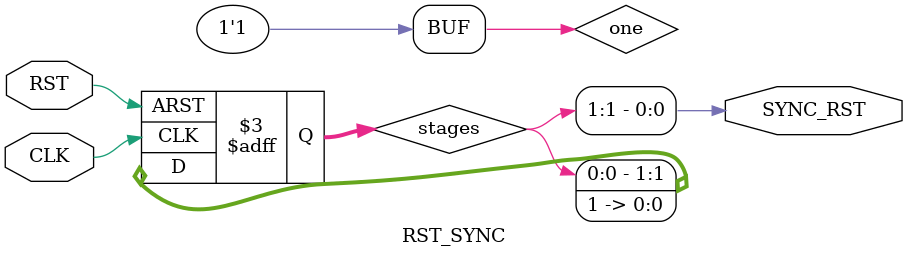
<source format=v>
module RST_SYNC #(parameter N_STAGES =2)
(
    input wire CLK, RST,
    output reg SYNC_RST
);

wire one;
assign one = 1'b1;
reg [N_STAGES-1:0] stages;

always @(posedge CLK or negedge RST)
begin
    if(!RST) 
        stages<='d0;
    else
        stages <= {stages[N_STAGES-2:0] ,one};
end

assign SYNC_RST=stages[N_STAGES-1];
endmodule

</source>
